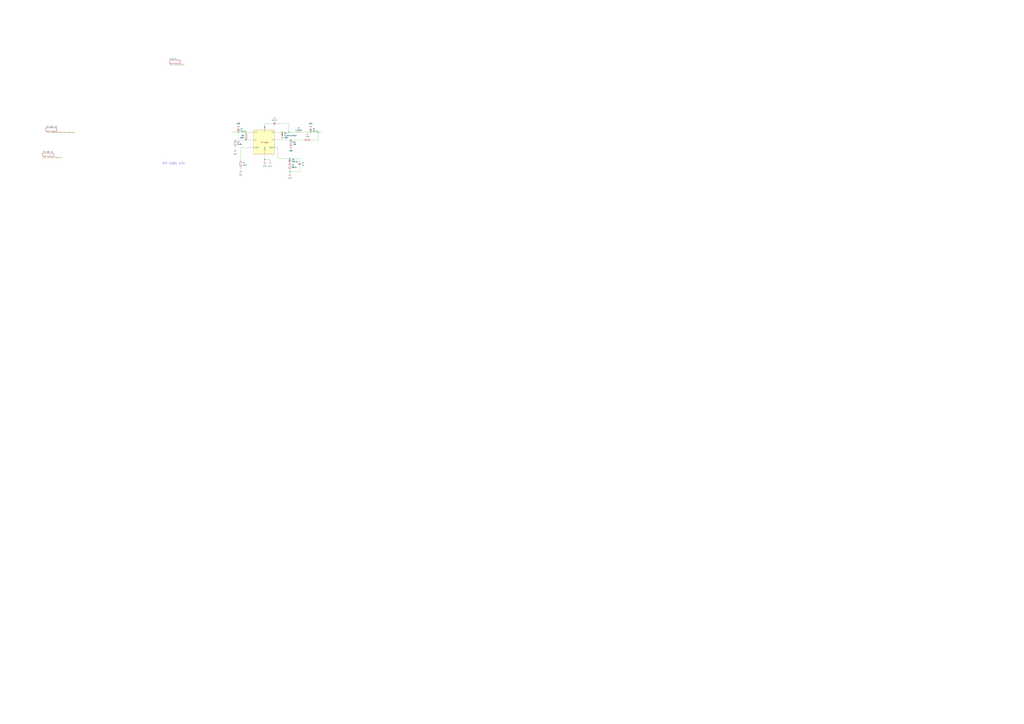
<source format=kicad_sch>
(kicad_sch (version 20250114) (generator "eeschema") (generator_version "9.0")
  (paper "A0")
  (lib_symbols
    (symbol "Components:MP1584"
      (property "Reference" "U" (at 0 0 0))
      (symbol "MP1584_1_1"
        (rectangle (start 3.81 2.54) (end 27.94 -25.4) (fill (type color) (color 255 255 194 1)))
        (text "MP 1584" (at 16.51 -11.938 0) (effects (font (size 1.27 1.27))))
        (pin power_in line (at 0 0 0) (length 3.81) (name "VIN") (number ""))
        (pin power_in line (at 0 -8.89 0) (length 3.81) (name "EN") (number ""))
        (pin power_in line (at 0 -17.78 0) (length 3.81) (name "FREQ") (number ""))
        (pin power_in line (at 16.51 0 90) (length 3.81) (name "BST") (number ""))
        (pin power_in line (at 16.51 -25.4 90) (length 3.81) (name "GND") (number ""))
        (pin power_in line (at 31.75 0 180) (length 3.81) (name "SW") (number ""))
        (pin power_in line (at 31.75 -8.89 180) (length 3.81) (name "FB") (number ""))
        (pin power_in line (at 31.75 -17.78 180) (length 3.81) (name "COMP") (number ""))
      )
    )
    (symbol "Device:C_Small" (pin_numbers (hide yes)) (pin_names (offset 0.254) (hide yes))
      (property "Reference" "C" (at 0.254 1.778 0))
      (property "Value" "C_Small" (at 0.254 -2.032 0))
      (symbol "C_Small_0_1"
        (polyline (pts (xy -1.524 0.508) (xy 1.524 0.508)) (stroke (width 0.3048)))
        (polyline (pts (xy -1.524 -0.508) (xy 1.524 -0.508)) (stroke (width 0.3302)))
      )
      (symbol "C_Small_1_1"
        (pin passive line (at 0 2.54 270) (length 2.032) (name "~") (number "1"))
        (pin passive line (at 0 -2.54 90) (length 2.032) (name "~") (number "2"))
      )
    )
    (symbol "Device:D_Zener_Small" (pin_numbers (hide yes)) (pin_names (offset 0.254) (hide yes))
      (property "Reference" "D" (at 0 2.286 0))
      (property "Value" "D_Zener_Small" (at 0 -2.286 0))
      (symbol "D_Zener_Small_0_1"
        (polyline (pts (xy -0.254 1.016) (xy -0.762 1.016) (xy -0.762 -1.016)) (stroke (width 0.254)))
        (polyline (pts (xy 0.762 1.016) (xy -0.762 0) (xy 0.762 -1.016) (xy 0.762 1.016)) (stroke (width 0.254)))
        (polyline (pts (xy 0.762 0) (xy -0.762 0)))
      )
      (symbol "D_Zener_Small_1_1"
        (pin passive line (at -2.54 0 0) (length 1.778) (name "K") (number "1"))
        (pin passive line (at 2.54 0 180) (length 1.778) (name "A") (number "2"))
      )
    )
    (symbol "Device:L_Small" (pin_numbers (hide yes)) (pin_names (offset 0.254) (hide yes))
      (property "Reference" "L" (at 0.762 1.016 0))
      (property "Value" "L_Small" (at 0.762 -1.016 0))
      (symbol "L_Small_0_1"
        (arc (start 0 2.032) (mid 0.5058 1.524) (end 0 1.016))
        (arc (start 0 1.016) (mid 0.5058 0.508) (end 0 0))
        (arc (start 0 0) (mid 0.5058 -0.508) (end 0 -1.016))
        (arc (start 0 -1.016) (mid 0.5058 -1.524) (end 0 -2.032))
      )
      (symbol "L_Small_1_1"
        (pin passive line (at 0 2.54 270) (length 0.508) (name "~") (number "1"))
        (pin passive line (at 0 -2.54 90) (length 0.508) (name "~") (number "2"))
      )
    )
    (symbol "Device:R" (pin_numbers (hide yes)) (pin_names (offset 0))
      (property "Reference" "R" (at 2.032 0 90))
      (property "Value" "R" (at 0 0 90))
      (symbol "R_0_1"
        (rectangle (start -1.016 -2.54) (end 1.016 2.54) (stroke (width 0.254)))
      )
      (symbol "R_1_1"
        (pin passive line (at 0 3.81 270) (length 1.27) (name "~") (number "1"))
        (pin passive line (at 0 -3.81 90) (length 1.27) (name "~") (number "2"))
      )
    )
    (symbol "power:Earth" (power) (pin_numbers (hide yes)) (pin_names (offset 0) (hide yes))
      (property "Value" "Earth" (at 0 -3.81 0))
      (symbol "Earth_0_1"
        (polyline (pts (xy -0.635 -1.905) (xy 0.635 -1.905)))
        (polyline (pts (xy -0.127 -2.54) (xy 0.127 -2.54)))
        (polyline (pts (xy 0 -1.27) (xy 0 0)))
        (polyline (pts (xy 1.27 -1.27) (xy -1.27 -1.27)))
      )
      (symbol "Earth_1_1"
        (pin power_in line (at 0 0 270) (length 0) (name "~") (number "1"))
      )
    )
    (symbol "power:GND" (power) (pin_numbers (hide yes)) (pin_names (offset 0) (hide yes))
      (property "Value" "GND" (at 0 -3.81 0))
      (symbol "GND_0_1"
        (polyline (pts (xy 0 0) (xy 0 -1.27) (xy 1.27 -1.27) (xy 0 -2.54) (xy -1.27 -1.27) (xy 0 -1.27)))
      )
      (symbol "GND_1_1"
        (pin power_in line (at 0 0 270) (length 0) (name "~") (number "1"))
      )
    )
  )
  (text "MP 1584 12V" (at 201.676 189.992 0) (effects (font (size 2.54 2.54))))
  (junction (at 285.75 153.67))
  (junction (at 369.57 153.67))
  (junction (at 327.66 153.67))
  (junction (at 336.55 184.15))
  (junction (at 360.68 153.67))
  (junction (at 335.28 153.67))
  (junction (at 337.82 162.56))
  (junction (at 336.55 199.39))
  (junction (at 276.86 153.67))
  (junction (at 285.75 162.56))
  (junction (at 307.34 185.42))
  (wire (pts (xy 337.82 162.56) (xy 353.06 162.56)))
  (wire (pts (xy 279.4 171.45) (xy 279.4 186.69)))
  (wire (pts (xy 276.86 153.67) (xy 285.75 153.67)))
  (wire (pts (xy 307.34 185.42) (xy 307.34 187.96)))
  (wire (pts (xy 307.34 143.51) (xy 316.23 143.51)))
  (wire (pts (xy 290.83 171.45) (xy 279.4 171.45)))
  (wire (pts (xy 322.58 171.45) (xy 322.58 184.15)))
  (wire (pts (xy 285.75 153.67) (xy 285.75 154.94)))
  (wire (pts (xy 322.58 162.56) (xy 337.82 162.56)))
  (wire (pts (xy 279.4 194.31) (xy 279.4 198.12)))
  (wire (pts (xy 313.69 185.42) (xy 307.34 185.42)))
  (wire (pts (xy 369.57 153.67) (xy 374.65 153.67)))
  (wire (pts (xy 313.69 185.42) (xy 313.69 187.96)))
  (wire (pts (xy 336.55 184.15) (xy 347.98 184.15)))
  (wire (pts (xy 336.55 199.39) (xy 336.55 201.93)))
  (wire (pts (xy 327.66 153.67) (xy 335.28 153.67)))
  (wire (pts (xy 369.57 162.56) (xy 360.68 162.56)))
  (wire (pts (xy 347.98 184.15) (xy 347.98 187.96)))
  (wire (pts (xy 369.57 153.67) (xy 369.57 162.56)))
  (wire (pts (xy 273.05 170.18) (xy 273.05 173.99)))
  (wire (pts (xy 322.58 184.15) (xy 336.55 184.15)))
  (wire (pts (xy 307.34 151.13) (xy 307.34 143.51)))
  (wire (pts (xy 285.75 162.56) (xy 290.83 162.56)))
  (wire (pts (xy 269.24 153.67) (xy 276.86 153.67)))
  (wire (pts (xy 336.55 199.39) (xy 336.55 196.85)))
  (wire (pts (xy 307.34 179.07) (xy 307.34 185.42)))
  (wire (pts (xy 335.28 153.67) (xy 344.17 153.67)))
  (wire (pts (xy 360.68 153.67) (xy 369.57 153.67)))
  (wire (pts (xy 285.75 153.67) (xy 290.83 153.67)))
  (wire (pts (xy 322.58 153.67) (xy 327.66 153.67)))
  (wire (pts (xy 273.05 162.56) (xy 285.75 162.56)))
  (wire (pts (xy 335.28 143.51) (xy 335.28 153.67)))
  (wire (pts (xy 321.31 143.51) (xy 335.28 143.51)))
  (wire (pts (xy 349.25 153.67) (xy 360.68 153.67)))
  (wire (pts (xy 347.98 199.39) (xy 336.55 199.39)))
  (wire (pts (xy 347.98 193.04) (xy 347.98 199.39)))
  (symbol (lib_id "power:GND") (at 360.68 148.59 180) (unit 1)
    (property "Reference" "#PWR03" (effects (hide yes)))
    (property "Value" "GND" (at 360.68 143.51 0))
    (property "Description" "Power symbol creates a global label with name \"GND\" , ground" (effects (hide yes)))
  )
  (symbol (lib_id "power:Earth") (at 313.69 187.96 0) (unit 1)
    (property "Reference" "#PWR06" (effects (hide yes)))
    (property "Value" "Earth" (at 313.69 193.04 0))
    (property "Description" "Power symbol creates a global label with name \"Earth\"" (effects (hide yes)))
  )
  (symbol (lib_id "Device:L_Small") (at 346.71 153.67 90) (unit 1)
    (property "Reference" "L1" (at 346.71 148.59 90))
    (property "Value" "L_Small" (at 346.71 151.13 90))
    (property "Footprint" "Inductor_SMD:L_0805_2012Metric" (effects (hide yes)))
    (property "Description" "Inductor, small symbol" (effects (hide yes)))
  )
  (symbol (lib_id "Device:R") (at 273.05 166.37 0) (unit 1)
    (property "Reference" "R7" (at 275.59 165.0999 0) (effects (justify left)))
    (property "Value" "24.9k" (at 275.59 167.6399 0) (effects (justify left)))
    (property "Footprint" "Resistor_SMD:R_0805_2012Metric" (effects (hide yes)))
    (property "Description" "Resistor" (effects (hide yes)))
  )
  (symbol (lib_id "Device:R") (at 279.4 190.5 0) (unit 1)
    (property "Reference" "R5" (at 281.94 189.2299 0) (effects (justify left)))
    (property "Value" "200k" (at 281.94 191.7699 0) (effects (justify left)))
    (property "Footprint" "Resistor_SMD:R_0805_2012Metric" (effects (hide yes)))
    (property "Description" "Resistor" (effects (hide yes)))
  )
  (symbol (lib_id "Device:D_Zener_Small") (at 327.66 156.21 270) (unit 1)
    (property "Reference" "D1" (at 330.2 154.9399 90) (effects (justify left)))
    (property "Value" "D_Zener_Small" (at 330.2 157.4799 90) (effects (justify left)))
    (property "Footprint" "Diode_SMD:D_SOD-323F" (effects (hide yes)))
    (property "Description" "Zener diode, small symbol" (effects (hide yes)))
  )
  (symbol (lib_id "Device:R") (at 337.82 166.37 0) (unit 1)
    (property "Reference" "R3" (at 340.36 165.0999 0) (effects (justify left)))
    (property "Value" "10k" (at 340.36 167.6399 0) (effects (justify left)))
    (property "Footprint" "Resistor_SMD:R_0805_2012Metric" (effects (hide yes)))
    (property "Description" "Resistor" (effects (hide yes)))
  )
  (symbol (lib_id "Device:R") (at 336.55 193.04 0) (unit 1)
    (property "Reference" "R4" (at 339.09 191.7699 0) (effects (justify left)))
    (property "Value" "68.1k" (at 339.09 194.3099 0) (effects (justify left)))
    (property "Footprint" "Resistor_SMD:R_0805_2012Metric" (effects (hide yes)))
    (property "Description" "Resistor" (effects (hide yes)))
  )
  (symbol (lib_id "Device:C_Small") (at 276.86 151.13 0) (unit 1)
    (property "Reference" "C7" (at 279.4 149.8662 0) (effects (justify left)))
    (property "Value" "10 uF" (at 279.4 152.4062 0) (effects (justify left)))
    (property "Footprint" "Capacitor_SMD:C_0805_2012Metric" (effects (hide yes)))
    (property "Description" "Unpolarized capacitor, small symbol" (effects (hide yes)))
  )
  (symbol (lib_id "power:GND") (at 279.4 198.12 0) (unit 1)
    (property "Reference" "#PWR07" (effects (hide yes)))
    (property "Value" "GND" (at 279.4 203.2 0))
    (property "Description" "Power symbol creates a global label with name \"GND\" , ground" (effects (hide yes)))
  )
  (symbol (lib_id "Device:R") (at 356.87 162.56 90) (unit 1)
    (property "Reference" "R2" (at 356.87 156.21 90))
    (property "Value" "140k" (at 356.87 158.75 90))
    (property "Footprint" "Resistor_SMD:R_0805_2012Metric" (effects (hide yes)))
    (property "Description" "Resistor" (effects (hide yes)))
  )
  (symbol (lib_id "Components:MP1584") (at 290.83 153.67 0) (unit 1)
    (property "Reference" "U2" (effects (hide yes)))
    (property "Value" "~" (at 306.705 148.59 0))
  )
  (symbol (lib_id "power:GND") (at 276.86 148.59 180) (unit 1)
    (property "Reference" "#PWR08" (effects (hide yes)))
    (property "Value" "GND" (at 276.86 143.51 0))
    (property "Description" "Power symbol creates a global label with name \"GND\" , ground" (effects (hide yes)))
  )
  (symbol (lib_id "Device:C_Small") (at 336.55 186.69 0) (unit 1)
    (property "Reference" "C5" (at 339.09 185.4262 0) (effects (justify left)))
    (property "Value" "220 pF" (at 339.09 187.9662 0) (effects (justify left)))
    (property "Footprint" "Capacitor_SMD:C_0805_2012Metric" (effects (hide yes)))
    (property "Description" "Unpolarized capacitor, small symbol" (effects (hide yes)))
  )
  (symbol (lib_id "power:GND") (at 327.66 158.75 0) (unit 1)
    (property "Reference" "#PWR010" (effects (hide yes)))
    (property "Value" "GND" (at 330.2 160.0199 0) (effects (justify left)))
    (property "Description" "Power symbol creates a global label with name \"GND\" , ground" (effects (hide yes)))
  )
  (symbol (lib_id "Device:R") (at 285.75 158.75 0) (unit 1)
    (property "Reference" "R6" (at 283.21 157.4799 0) (effects (justify right)))
    (property "Value" "100k" (at 283.21 160.0199 0) (effects (justify right)))
    (property "Footprint" "Resistor_SMD:R_0805_2012Metric" (effects (hide yes)))
    (property "Description" "Resistor" (effects (hide yes)))
  )
  (symbol (lib_id "power:GND") (at 273.05 173.99 0) (unit 1)
    (property "Reference" "#PWR09" (effects (hide yes)))
    (property "Value" "GND" (at 273.05 179.07 0))
    (property "Description" "Power symbol creates a global label with name \"GND\" , ground" (effects (hide yes)))
  )
  (symbol (lib_id "power:GND") (at 337.82 170.18 0) (unit 1)
    (property "Reference" "#PWR02" (effects (hide yes)))
    (property "Value" "GND" (at 337.82 175.26 0))
    (property "Description" "Power symbol creates a global label with name \"GND\" , ground" (effects (hide yes)))
  )
  (symbol (lib_id "Device:C_Small") (at 360.68 151.13 0) (unit 1)
    (property "Reference" "C4" (at 363.22 149.8662 0) (effects (justify left)))
    (property "Value" "22 uF" (at 363.22 152.4062 0) (effects (justify left)))
    (property "Footprint" "Capacitor_SMD:C_0805_2012Metric" (effects (hide yes)))
    (property "Description" "Unpolarized capacitor, small symbol" (effects (hide yes)))
  )
  (symbol (lib_id "power:GND") (at 336.55 201.93 0) (unit 1)
    (property "Reference" "#PWR04" (effects (hide yes)))
    (property "Value" "GND" (at 336.55 207.01 0))
    (property "Description" "Power symbol creates a global label with name \"GND\" , ground" (effects (hide yes)))
  )
  (symbol (lib_id "Device:C_Small") (at 318.77 143.51 90) (unit 1)
    (property "Reference" "C3" (at 318.7763 137.16 90))
    (property "Value" "100 nF" (at 318.7763 139.7 90))
    (property "Footprint" "Capacitor_SMD:C_0805_2012Metric" (effects (hide yes)))
    (property "Description" "Unpolarized capacitor, small symbol" (effects (hide yes)))
  )
  (symbol (lib_id "Device:C_Small") (at 347.98 190.5 0) (unit 1)
    (property "Reference" "C6" (at 350.52 189.2362 0) (effects (justify left)))
    (property "Value" "NS" (at 350.52 191.7762 0) (effects (justify left)))
    (property "Footprint" "Capacitor_SMD:C_0805_2012Metric" (effects (hide yes)))
    (property "Description" "Unpolarized capacitor, small symbol" (effects (hide yes)))
  )
  (symbol (lib_id "power:GND") (at 307.34 187.96 0) (unit 1)
    (property "Reference" "#PWR05" (effects (hide yes)))
    (property "Value" "GND" (at 307.34 193.04 0))
    (property "Description" "Power symbol creates a global label with name \"GND\" , ground" (effects (hide yes)))
  )
  (sheet (at 53.34 148.59) (size 12.7 3.81) (stroke (width 0.1524))
    (property "Sheetname" "MP 1584 12V" (at 53.34 147.8784 0) (effects (justify left bottom)))
    (property "Sheetfile" "untitled.kicad2_sch.kicad_sch" (at 53.34 152.9846 0) (effects (justify left top)))
  )
  (sheet (at 49.53 177.8) (size 12.7 3.81) (stroke (width 0.1524))
    (property "Sheetname" "MP 1584 5V" (at 49.53 177.0884 0) (effects (justify left bottom)))
    (property "Sheetfile" "untitled.kicad_sch" (at 49.53 182.1946 0) (effects (justify left top)))
  )
  (sheet (at 196.85 69.85) (size 12.7 3.81) (stroke (width 0.1524))
    (property "Sheetname" "Assembly" (at 196.85 69.1384 0) (effects (justify left bottom)))
    (property "Sheetfile" "F2.kicad_sch" (at 196.85 74.2446 0) (effects (justify left top)))
  )
)
</source>
